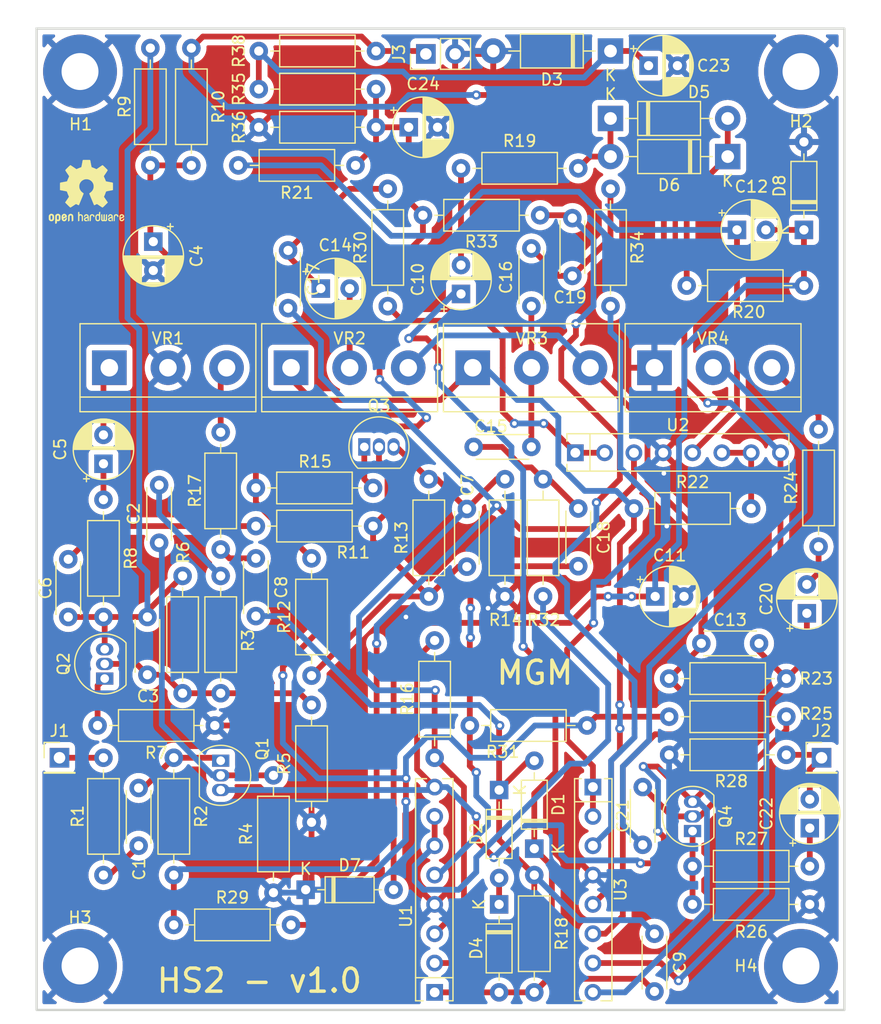
<source format=kicad_pcb>
(kicad_pcb (version 20211014) (generator pcbnew)
  (title_block (title "HS2") (date "2023-04-22") (rev "v0.1") (comment 1 "Author: Gabriel Mariano Marcelino <gabriel.mm8@gmail.com>"))
  (layers (0 "F.Cu" signal) (31 "B.Cu" signal) (34 "B.Paste" user) (35 "F.Paste" user) (36 "B.SilkS" user "B.Silkscreen") (37 "F.SilkS" user "F.Silkscreen") (38 "B.Mask" user) (39 "F.Mask" user) (44 "Edge.Cuts" user))
  (net 0 "")
  (net 1 "Net-(C1-Pad1)")
  (net 2 "Net-(C1-Pad2)")
  (net 3 "Net-(C2-Pad1)")
  (net 4 "Net-(C2-Pad2)")
  (net 5 "Net-(C3-Pad1)")
  (net 6 "Net-(C3-Pad2)")
  (net 7 "Net-(C4-Pad1)")
  (net 8 "GND")
  (net 9 "Net-(C5-Pad1)")
  (net 10 "Net-(C5-Pad2)")
  (net 11 "Net-(C6-Pad2)")
  (net 12 "Net-(C7-Pad1)")
  (net 13 "Net-(C7-Pad2)")
  (net 14 "Net-(C8-Pad1)")
  (net 15 "Net-(C8-Pad2)")
  (net 16 "Net-(C10-Pad1)")
  (net 17 "Net-(C10-Pad2)")
  (net 18 "Net-(C11-Pad1)")
  (net 19 "Net-(C12-Pad1)")
  (net 20 "Net-(C13-Pad1)")
  (net 21 "Net-(C13-Pad2)")
  (net 22 "Net-(C14-Pad1)")
  (net 23 "Net-(C14-Pad2)")
  (net 24 "Net-(C15-Pad1)")
  (net 25 "Net-(C15-Pad2)")
  (net 26 "Net-(C16-Pad2)")
  (net 27 "Net-(C17-Pad2)")
  (net 28 "Net-(C18-Pad2)")
  (net 29 "Net-(C19-Pad2)")
  (net 30 "Net-(C20-Pad2)")
  (net 31 "Net-(C21-Pad1)")
  (net 32 "Net-(C21-Pad2)")
  (net 33 "Net-(C22-Pad1)")
  (net 34 "Net-(C22-Pad2)")
  (net 35 "Net-(C23-Pad1)")
  (net 36 "/1{slash}2V")
  (net 37 "Net-(D2-Pad2)")
  (net 38 "Net-(D5-Pad1)")
  (net 39 "Net-(D5-Pad2)")
  (net 40 "Net-(J1-Pad1)")
  (net 41 "+9V")
  (net 42 "Net-(Q2-Pad1)")
  (net 43 "Net-(Q3-Pad1)")
  (net 44 "Net-(Q4-Pad1)")
  (net 45 "Net-(R17-Pad1)")
  (net 46 "Net-(R22-Pad1)")
  (net 47 "Net-(R22-Pad2)")
  (net 48 "Net-(R24-Pad2)")
  (net 49 "Net-(R30-Pad1)")
  (net 50 "Net-(R32-Pad1)")
  (net 51 "Net-(R34-Pad1)")
  (footprint "Capacitor_THT:C_Disc_D4.3mm_W1.9mm_P5.00mm" (layer "F.Cu") (at 144.474 74.93 90)
    (fp_text reference "C16")
    (fp_text value "100nF")
  )
  (footprint "Resistor_THT:R_Axial_DIN0207_L6.3mm_D2.5mm_P10.16mm_Horizontal" (layer "F.Cu") (at 136.092 114.046 90)
    (fp_text reference "R16")
    (fp_text value "68k")
  )
  (footprint "Capacitor_THT:CP_Radial_D5.0mm_P2.50mm" (layer "F.Cu") (at 154.634 54.102)
    (fp_text reference "C23")
    (fp_text value "100uF")
  )
  (footprint "Capacitor_THT:C_Disc_D4.3mm_W1.9mm_P5.00mm" (layer "F.Cu") (at 120.598 96.774 -90)
    (fp_text reference "C8")
    (fp_text value "47nF")
  )
  (footprint "Capacitor_THT:CP_Radial_D5.0mm_P2.50mm" (layer "F.Cu") (at 155.206888 100.076)
    (fp_text reference "C11")
    (fp_text value "1nF")
  )
  (footprint "Package_TO_SOT_THT:TO-92_Inline" (layer "F.Cu") (at 117.55 114.3 -90)
    (fp_text reference "Q1")
    (fp_text value "2N5457")
  )
  (footprint "Resistor_THT:R_Axial_DIN0207_L6.3mm_D2.5mm_P10.16mm_Horizontal" (layer "F.Cu") (at 168.604 126.746 180)
    (fp_text reference "R26")
    (fp_text value "10k")
  )
  (footprint "Diode_THT:D_DO-35_SOD27_P7.62mm_Horizontal" (layer "F.Cu") (at 168.096 68.326 90)
    (fp_text reference "D8")
    (fp_text value "1N4148")
  )
  (footprint "Package_TO_SOT_THT:TO-92_Inline" (layer "F.Cu") (at 129.996 87.122)
    (fp_text reference "Q3")
    (fp_text value "2N3906")
  )
  (footprint "Diode_THT:D_DO-41_SOD81_P10.16mm_Horizontal" (layer "F.Cu") (at 151.332 58.674)
    (fp_text reference "D5")
    (fp_text value "DIODE")
  )
  (footprint "Resistor_THT:R_Axial_DIN0207_L6.3mm_D2.5mm_P10.16mm_Horizontal" (layer "F.Cu") (at 156.412 107.188)
    (fp_text reference "R23")
    (fp_text value "3k3")
  )
  (footprint "Capacitor_THT:CP_Radial_D5.0mm_P2.50mm" (layer "F.Cu") (at 133.846 59.436)
    (fp_text reference "C24")
    (fp_text value "10uF")
  )
  (footprint "Resistor_THT:R_Axial_DIN0207_L6.3mm_D2.5mm_P10.16mm_Horizontal" (layer "F.Cu") (at 117.042 111.252 180)
    (fp_text reference "R7")
    (fp_text value "22")
  )
  (footprint "Resistor_THT:R_Axial_DIN0207_L6.3mm_D2.5mm_P10.16mm_Horizontal" (layer "F.Cu") (at 113.486 114.046 -90)
    (fp_text reference "R2")
    (fp_text value "1M")
  )
  (footprint "Capacitor_THT:CP_Radial_D5.0mm_P2.50mm" (layer "F.Cu") (at 162.294 68.326)
    (fp_text reference "C12")
    (fp_text value "1uF")
  )
  (footprint "Resistor_THT:R_Axial_DIN0207_L6.3mm_D2.5mm_P10.16mm_Horizontal" (layer "F.Cu") (at 132.028 74.93 90)
    (fp_text reference "R30")
    (fp_text value "330")
  )
  (footprint "Resistor_THT:R_Axial_DIN0207_L6.3mm_D2.5mm_P10.16mm_Horizontal" (layer "F.Cu") (at 125.424 106.934 90)
    (fp_text reference "R12")
    (fp_text value "100k")
  )
  (footprint "Resistor_THT:R_Axial_DIN0207_L6.3mm_D2.5mm_P10.16mm_Horizontal" (layer "F.Cu") (at 144.728 124.206 -90)
    (fp_text reference "R18")
    (fp_text value "220k")
  )
  (footprint "Capacitor_THT:C_Disc_D4.3mm_W1.9mm_P5.00mm" (layer "F.Cu") (at 104.342 101.854 90)
    (fp_text reference "C6")
    (fp_text value "47nF")
  )
  (footprint "Capacitor_THT:C_Disc_D4.3mm_W1.9mm_P5.00mm" (layer "F.Cu") (at 148.03 72.31 90)
    (fp_text reference "C19")
    (fp_text value "4.7nF")
  )
  (footprint "Package_SIP:SIP-8_19x3mm_P2.54mm" (layer "F.Cu") (at 148.284 87.63)
    (fp_text reference "U2")
    (fp_text value "Opamp_Dual")
  )
  (footprint "Resistor_THT:R_Axial_DIN0207_L6.3mm_D2.5mm_P10.16mm_Horizontal" (layer "F.Cu") (at 156.412 113.792)
    (fp_text reference "R28")
    (fp_text value "100k")
  )
  (footprint "Capacitor_THT:CP_Radial_D5.0mm_P2.50mm" (layer "F.Cu") (at 111.708 69.342 -90)
    (fp_text reference "C4")
    (fp_text value "47uF")
  )
  (footprint "Diode_THT:D_DO-35_SOD27_P7.62mm_Horizontal" (layer "F.Cu") (at 141.68 126.746 -90)
    (fp_text reference "D4")
    (fp_text value "1N4148")
  )
  (footprint "Resistor_THT:R_Axial_DIN0207_L6.3mm_D2.5mm_P10.16mm_Horizontal" (layer "F.Cu") (at 158.444 123.444)
    (fp_text reference "R27")
    (fp_text value "1k")
  )
  (footprint "Resistor_THT:R_Axial_DIN0207_L6.3mm_D2.5mm_P10.16mm_Horizontal" (layer "F.Cu") (at 120.852 56.134)
    (fp_text reference "R35")
    (fp_text value "10k")
  )
  (footprint "Capacitor_THT:C_Disc_D4.3mm_W1.9mm_P5.00mm" (layer "F.Cu") (at 112.216 95.424 90)
    (fp_text reference "C2")
    (fp_text value "47nF")
  )
  (footprint "Resistor_THT:R_Axial_DIN0207_L6.3mm_D2.5mm_P10.16mm_Horizontal" (layer "F.Cu") (at 129.234 62.738 180)
    (fp_text reference "R21")
    (fp_text value "68k")
  )
  (footprint "MountingHole:MountingHole_3.2mm_M3_Pad_TopBottom" (layer "F.Cu") (at 167.842 132.08)
    (fp_text reference "H4")
    (fp_text value "MountingHole_Pad")
  )
  (footprint "Resistor_THT:R_Axial_DIN0207_L6.3mm_D2.5mm_P10.16mm_Horizontal" (layer "F.Cu") (at 151.332 74.93 90)
    (fp_text reference "R34")
    (fp_text value "330")
  )
  (footprint "Resistor_THT:R_Axial_DIN0207_L6.3mm_D2.5mm_P10.16mm_Horizontal" (layer "F.Cu") (at 115.01 62.738 90)
    (fp_text reference "R9")
    (fp_text value "1k")
  )
  (footprint "MountingHole:MountingHole_3.2mm_M3_Pad_TopBottom" (layer "F.Cu") (at 105.358 132.08)
    (fp_text reference "H3")
    (fp_text value "MountingHole_Pad")
  )
  (footprint "Connector_PinHeader_2.54mm:PinHeader_1x01_P2.54mm_Vertical" (layer "F.Cu") (at 103.58 114.046)
    (fp_text reference "J1")
    (fp_text value "Conn_01x01")
  )
  (footprint "MountingHole:MountingHole_3.2mm_M3_Pad_TopBottom" (layer "F.Cu") (at 167.842 54.61)
    (fp_text reference "H2")
    (fp_text value "MountingHole_Pad")
  )
  (footprint "Diode_THT:D_DO-35_SOD27_P7.62mm_Horizontal" (layer "F.Cu") (at 144.728 121.92 90)
    (fp_text reference "D1")
    (fp_text value "1N4148")
  )
  (footprint "Resistor_THT:R_Axial_DIN0207_L6.3mm_D2.5mm_P10.16mm_Horizontal" (layer "F.Cu") (at 153.364 92.456)
    (fp_text reference "R22")
    (fp_text value "3k3")
  )
  (footprint "Resistor_THT:R_Axial_DIN0207_L6.3mm_D2.5mm_P10.16mm_Horizontal" (layer "F.Cu") (at 169.366 95.758 90)
    (fp_text reference "R24")
    (fp_text value "10k")
  )
  (footprint "Capacitor_THT:CP_Radial_D5.0mm_P2.50mm" (layer "F.Cu") (at 107.39 88.581113 90)
    (fp_text reference "C5")
    (fp_text value "10uF")
  )
  (footprint "Package_SIP:SIP-8_19x3mm_P2.54mm" (layer "F.Cu") (at 149.808 116.586 -90)
    (fp_text reference "U3")
    (fp_text value "Opamp_Dual")
  )
  (footprint "Diode_THT:D_DO-41_SOD81_P10.16mm_Horizontal" (layer "F.Cu") (at 151.332 52.832 180)
    (fp_text reference "D3")
    (fp_text value "1N4001")
  )
  (footprint "Resistor_THT:R_Axial_DIN0207_L6.3mm_D2.5mm_P10.16mm_Horizontal" (layer "F.Cu") (at 135.584 100.076 90)
    (fp_text reference "R13")
    (fp_text value "470k")
  )
  (footprint "Resistor_THT:R_Axial_DIN0207_L6.3mm_D2.5mm_P10.16mm_Horizontal" (layer "F.Cu") (at 111.454 52.578 -90)
    (fp_text reference "R10")
    (fp_text value "10k")
  )
  (footprint "Package_SIP:SIP-8_19x3mm_P2.54mm" (layer "F.Cu") (at 136.092 134.366 90)
    (fp_text reference "U1")
    (fp_text value "Opamp_Dual")
  )
  (footprint "Resistor_THT:R_Axial_DIN0207_L6.3mm_D2.5mm_P10.16mm_Horizontal" (layer "F.Cu") (at 122.122 125.73 90)
    (fp_text reference "R4")
    (fp_text value "10k")
  )
  (footprint "Resistor_THT:R_Axial_DIN0207_L6.3mm_D2.5mm_P10.16mm_Horizontal" (layer "F.Cu") (at 114.248 108.458 90)
    (fp_text reference "R6")
    (fp_text value "470k")
  )
  (footprint "Resistor_THT:R_Axial_DIN0207_L6.3mm_D2.5mm_P10.16mm_Horizontal" (layer "F.Cu") (at 113.486 128.524)
    (fp_text reference "R29")
    (fp_text value "100k")
  )
  (footprint "Resistor_THT:R_Axial_DIN0207_L6.3mm_D2.5mm_P10.16mm_Horizontal" (layer "F.Cu") (at 117.55 85.852 -90)
    (fp_text reference "R17")
    (fp_text value "47k")
  )
  (footprint "TerminalBlock:TerminalBlock_bornier-3_P5.08mm" (layer "F.Cu") (at 107.898 80.264)
    (fp_text reference "VR1")
    (fp_text value "C250k")
  )
  (footprint "Capacitor_THT:CP_Radial_D5.0mm_P2.50mm" (layer "F.Cu") (at 138.378 73.874 90)
    (fp_text reference "C10")
    (fp_text value "1uF")
  )
  (footprint "Resistor_THT:R_Axial_DIN0207_L6.3mm_D2.5mm_P10.16mm_Horizontal" (layer "F.Cu") (at 149.3 111.252 180)
    (fp_text reference "R31")
    (fp_text value "82k")
  )
  (footprint "Symbol:OSHW-Logo2_7.3x6mm_SilkScreen" (layer "F.Cu") (at 105.918 65.024)
    (fp_text reference "REF**" hide)
    (fp_text value "OSHW-Logo2_7.3x6mm_SilkScreen" hide)
  )
  (footprint "Capacitor_THT:C_Disc_D4.3mm_W1.9mm_P5.00mm" (layer "F.Cu") (at 159.206 104.14)
    (fp_text reference "C13")
    (fp_text value "470p")
  )
  (footprint "Capacitor_THT:C_Disc_D4.3mm_W1.9mm_P5.00mm" (layer "F.Cu") (at 138.886 97.496 90)
    (fp_text reference "C7")
    (fp_text value "100pF")
  )
  (footprint "Resistor_THT:R_Axial_DIN0207_L6.3mm_D2.5mm_P10.16mm_Horizontal" (layer "F.Cu") (at 107.39 91.694 -90)
    (fp_text reference "R8")
    (fp_text value "150")
  )
  (footprint "TerminalBlock:TerminalBlock_bornier-3_P5.08mm" (layer "F.Cu") (at 139.394 80.264)
    (fp_text reference "VR3")
    (fp_text value "B50k")
  )
  (footprint "Capacitor_THT:C_Disc_D4.3mm_W1.9mm_P5.00mm" (layer "F.Cu") (at 111.2 106.854 90)
    (fp_text reference "C3")
    (fp_text value "100pF")
  )
  (footprint "Resistor_THT:R_Axial_DIN0207_L6.3mm_D2.5mm_P10.16mm_Horizontal" (layer "F.Cu") (at 120.598 93.98)
    (fp_text reference "R11")
    (fp_text value "22k")
  )
  (footprint "Capacitor_THT:C_Disc_D4.3mm_W1.9mm_P5.00mm" (layer "F.Cu") (at 123.392 70.104 -90)
    (fp_text reference "C17")
    (fp_text value "68nF")
  )
  (footprint "Resistor_THT:R_Axial_DIN0207_L6.3mm_D2.5mm_P10.16mm_Horizontal" (layer "F.Cu") (at 142.188 100.076 90)
    (fp_text reference "R14")
    (fp_text value "10k")
  )
  (footprint "TerminalBlock:TerminalBlock_bornier-3_P5.08mm" (layer "F.Cu") (at 155.142 80.264)
    (fp_text reference "VR4")
    (fp_text value "A10k")
  )
  (footprint "Resistor_THT:R_Axial_DIN0207_L6.3mm_D2.5mm_P10.16mm_Horizontal" (layer "F.Cu") (at 117.55 98.298 -90)
    (fp_text reference "R3")
    (fp_text value "22k")
  )
  (footprint "Resistor_THT:R_Axial_DIN0207_L6.3mm_D2.5mm_P10.16mm_Horizontal" (layer "F.Cu") (at 135.076 67.056)
    (fp_text reference "R33")
    (fp_text value "100k")
  )
  (footprint "Capacitor_THT:CP_Radial_D5.0mm_P2.50mm" (layer "F.Cu") (at 126.226 73.406)
    (fp_text reference "C14")
    (fp_text value "1.5uF")
  )
  (footprint "Capacitor_THT:CP_Radial_D5.0mm_P2.50mm" (layer "F.Cu") (at 168.604 120.142 90)
    (fp_text reference "C22")
    (fp_text value "1uF")
  )
  (footprint "Capacitor_THT:C_Disc_D4.3mm_W1.9mm_P5.00mm" (layer "F.Cu") (at 148.538 92.456 -90)
    (fp_text reference "C18")
    (fp_text value "6.8nF")
  )
  (footprint "Resistor_THT:R_Axial_DIN0207_L6.3mm_D2.5mm_P10.16mm_Horizontal" (layer "F.Cu") (at 107.39 114.046 -90)
    (fp_text reference "R1")
    (fp_text value "10k")
  )
  (footprint "Connector_PinHeader_2.54mm:PinHeader_1x02_P2.54mm_Vertical" (layer "F.Cu") (at 135.33 53.086 90)
    (fp_text reference "J3")
    (fp_text value "Conn_01x02")
  )
  (footprint "Resistor_THT:R_Axial_DIN0207_L6.3mm_D2.5mm_P10.16mm_Horizontal" (layer "F.Cu") (at 120.852 52.832)
    (fp_text reference "R38")
    (fp_text value "330")
  )
  (footprint "Diode_THT:D_DO-35_SOD27_P7.62mm_Horizontal" (layer "F.Cu") (at 124.916 125.476)
    (fp_text reference "D7")
    (fp_text value "1N4148")
  )
  (footprint "Capacitor_THT:C_Disc_D4.3mm_W1.9mm_P5.00mm" (layer "F.Cu") (at 110.438 121.666 90)
    (fp_text reference "C1")
    (fp_text value "47nF")
  )
  (footprint "Resistor_THT:R_Axial_DIN0207_L6.3mm_D2.5mm_P10.16mm_Horizontal" (layer "F.Cu") (at 120.852 59.436)
    (fp_text reference "R36")
    (fp_text value "10k")
  )
  (footprint "Resistor_THT:R_Axial_DIN0207_L6.3mm_D2.5mm_P10.16mm_Horizontal" (layer "F.Cu") (at 157.936 73.152)
    (fp_text reference "R20")
    (fp_text value "10k")
  )
  (footprint "Diode_THT:D_DO-35_SOD27_P7.62mm_Horizontal" (layer "F.Cu") (at 141.68 116.84 -90)
    (fp_text reference "D2")
    (fp_text value "1N4148")
  )
  (footprint "TerminalBlock:TerminalBlock_bornier-3_P5.08mm" (layer "F.Cu") (at 123.646 80.264)
    (fp_text reference "VR2")
    (fp_text value "B50k")
  )
  (footprint "Resistor_THT:R_Axial_DIN0207_L6.3mm_D2.5mm_P10.16mm_Horizontal" (layer "F.Cu") (at 130.758 90.678 180)
    (fp_text reference "R15")
    (fp_text value "120")
  )
  (footprint "Resistor_THT:R_Axial_DIN0207_L6.3mm_D2.5mm_P10.16mm_Horizontal" (layer "F.Cu") (at 145.49 100.076 90)
    (fp_text reference "R32")
    (fp_text value "330")
  )
  (footprint "Diode_THT:D_DO-41_SOD81_P10.16mm_Horizontal" (layer "F.Cu") (at 161.492 61.976 180)
    (fp_text reference "D6")
    (fp_text value "DIODE")
  )
  (footprint "Capacitor_THT:CP_Radial_D5.0mm_P2.50mm" (layer "F.Cu") (at 168.35 101.535113 90)
    (fp_text reference "C20")
    (fp_text value "10uF")
  )
  (footprint "Resistor_THT:R_Axial_DIN0207_L6.3mm_D2.5mm_P10.16mm_Horizontal" (layer "F.Cu") (at 156.412 110.49)
    (fp_text reference "R25")
    (fp_text value "470k")
  )
  (footprint "Package_TO_SOT_THT:TO-92_Inline" (layer "F.Cu") (at 107.496 107.188 90)
    (fp_text reference "Q2")
    (fp_text value "2N3904")
  )
  (footprint "Connector_PinHeader_2.54mm:PinHeader_1x01_P2.54mm_Vertical" (layer "F.Cu") (at 169.62 114.046)
    (fp_text reference "J2")
    (fp_text value "Conn_01x01")
  )
  (footprint "MountingHole:MountingHole_3.2mm_M3_Pad_TopBottom" (layer "F.Cu") (at 105.358 54.61)
    (fp_text reference "H1")
    (fp_text value "MountingHole_Pad")
  )
  (footprint "Capacitor_THT:C_Disc_D4.3mm_W1.9mm_P5.00mm" (layer "F.Cu") (at 154.126 121.586 90)
    (fp_text reference "C21")
    (fp_text value "47n")
  )
  (footprint "Resistor_THT:R_Axial_DIN0207_L6.3mm_D2.5mm_P10.16mm_Horizontal" (layer "F.Cu") (at 125.424 119.634 90)
    (fp_text reference "R5")
    (fp_text value "100k")
  )
  (footprint "Capacitor_THT:C_Disc_D4.3mm_W1.9mm_P5.00mm" (layer "F.Cu") (at 155.142 129.286 -90)
    (fp_text reference "C9")
    (fp_text value "100pF")
  )
  (footprint "Capacitor_THT:C_Disc_D4.3mm_W1.9mm_P5.00mm" (layer "F.Cu") (at 144.474 87.122 180)
    (fp_text reference "C15")
    (fp_text value "150nF")
  )
  (footprint "Resistor_THT:R_Axial_DIN0207_L6.3mm_D2.5mm_P10.16mm_Horizontal" (layer "F.Cu") (at 138.378 62.992)
    (fp_text reference "R19")
    (fp_text value "10k")
  )
  (footprint "Package_TO_SOT_THT:TO-92_Inline" (layer "F.Cu") (at 158.444 120.396 90)
    (fp_text reference "Q4")
    (fp_text value "2N3904")
  )
  (gr_rect (start 101.6 135.89) (end 171.6 50.89) (layer "Edge.Cuts") (width 0.2) (fill none))
  (gr_text "HS2 - v1.0" (at 120.904 133.35) (layer "F.SilkS") (effects (font (size 2 2) (thickness 0.3))))
  (gr_text "MGM" (at 144.78 106.68) (layer "F.SilkS") (effects (font (size 2 2) (thickness 0.3))))
  (segment (start 107.39 124.206) (end 107.898 124.206) (width 0.5) (layer "F.Cu") (net 1))
  (segment (start 107.898 124.206) (end 110.438 121.666) (width 0.5) (layer "F.Cu") (net 1))
  (segment (start 117.296 114.046) (end 117.55 114.3) (width 0.5) (layer "F.Cu") (net 2))
  (segment (start 110.866 116.666) (end 113.486 114.046) (width 0.5) (layer "F.Cu") (net 2))
  (segment (start 113.486 114.046) (end 117.296 114.046) (width 0.5) (layer "F.Cu") (net 2))
  (segment (start 110.438 116.666) (end 110.866 116.666) (width 0.5) (layer "F.Cu") (net 2))
  (segment (start 122.122 115.57) (end 117.55 115.57) (width 0.5) (layer "F.Cu") (net 3))
  (segment (start 112.45 95.658) (end 112.45 111.18) (width 0.5) (layer "B.Cu") (net 3))
  (segment (start 112.45 111.18) (end 116.84 115.57) (width 0.5) (layer "B.Cu") (net 3))
  (segment (start 112.216 95.424) (end 112.45 95.658) (width 0.5) (layer "B.Cu") (net 3))
  (segment (start 116.84 115.57) (end 117.55 115.57) (width 0.5) (layer "B.Cu") (net 3))
  (segment (start 112.216 90.424) (end 112.216 92.964) (width 0.5) (layer "B.Cu") (net 4))
  (segment (start 112.216 92.964) (end 117.55 98.298) (width 0.5) (layer "B.Cu") (net 4))
  (segment (start 117.55 108.458) (end 114.248 108.458) (width 0.5) (layer "F.Cu") (net 5))
  (segment (start 112.644 106.854) (end 114.248 108.458) (width 0.5) (layer "F.Cu") (net 5))
  (segment (start 107.496 105.918) (end 110.264 105.918) (width 0.5) (layer "F.Cu") (net 5))
  (segment (start 124.408 108.458) (end 125.424 109.474) (width 0.5) (layer "F.Cu") (net 5))
  (segment (start 117.55 108.458) (end 124.408 108.458) (width 0.5) (layer "F.Cu") (net 5))
  (segment (start 111.2 106.854) (end 112.644 106.854) (width 0.5) (layer "F.Cu") (net 5))
  (segment (start 110.264 105.918) (end 111.2 106.854) (width 0.5) (layer "F.Cu") (net 5))
  (segment (start 104.342 101.854) (end 107.39 101.854) (width 0.5) (layer "F.Cu") (net 6))
  (segment (start 111.2 101.346) (end 114.248 98.298) (width 0.5) (layer "F.Cu") (net 6))
  (segment (start 107.39 101.854) (end 111.2 101.854) (width 0.5) (layer "F.Cu") (net 6))
  (segment (start 111.2 101.854) (end 111.2 101.346) (width 0.5) (layer "F.Cu") (net 6))
  (segment (start 107.496 101.96) (end 107.39 101.854) (width 0.5) (layer "F.Cu") (net 6))
  (segment (start 107.496 104.648) (end 107.496 101.96) (width 0.5) (layer "F.Cu") (net 6))
  (segment (start 109.474 75.946) (end 110.49 76.962) (width 0.5) (layer "B.Cu") (net 6))
  (segment (start 109.474 61.468) (end 109.474 75.946) (width 0.5) (layer "B.Cu") (net 6))
  (segment (start 111.454 59.488) (end 109.474 61.468) (width 0.5) (layer "B.Cu") (net 6))
  (segment (start 110.49 97.282) (end 111.2 97.992) (width 0.5) (layer "B.Cu") (net 6))
  (segment (start 111.454 52.578) (end 111.454 59.488) (width 0.5) (layer "B.Cu") (net 6))
  (segment (start 111.2 97.992) (end 111.2 101.854) (width 0.5) (layer "B.Cu") (net 6))
  (segment (start 110.49 76.962) (end 110.49 97.282) (width 0.5) (layer "B.Cu") (net 6))
  (segment (start 120.598 78.232) (end 120.598 90.678) (width 0.5) (layer "F.Cu") (net 7))
  (segment (start 111.708 69.342) (end 120.598 78.232) (width 0.5) (layer "F.Cu") (net 7))
  (segment (start 111.454 69.088) (end 111.708 69.342) (width 0.5) (layer "F.Cu") (net 7))
  (segment (start 111.454 62.738) (end 115.01 62.738) (width 0.5) (layer "F.Cu") (net 7))
  (segment (start 111.454 62.738) (end 111.454 69.088) (width 0.5) (layer "F.Cu") (net 7))
  (segment (start 120.598 90.678) (end 120.598 91.948) (width 0.5) (layer "F.Cu") (net 7))
  (segment (start 120.598 91.948) (end 125.424 96.774) (width 0.5) (layer "F.Cu") (net 7))
  (segment (start 137.87 53.086) (end 137.87 57.912) (width 0.5) (layer "F.Cu") (net 8))
  (segment (start 137.87 53.086) (end 140.918 53.086) (width 0.5) (layer "F.Cu") (net 8))
  (segment (start 140.918 53.086) (end 141.172 52.832) (width 0.5) (layer "F.Cu") (net 8))
  (segment (start 125.424 119.634) (end 125.424 124.968) (width 0.5) (layer "F.Cu") (net 8))
  (segment (start 119.571767 111.252) (end 125.424 117.104233) (width 0.5) (layer "F.Cu") (net 8))
  (segment (start 125.424 124.968) (end 124.916 125.476) (width 0.5) (layer "F.Cu") (net 8))
  (segment (start 117.042 111.252) (end 119.571767 111.252) (width 0.5) (layer "F.Cu") (net 8))
  (segment (start 137.87 57.912) (end 136.346 59.436) (width 0.5) (layer "F.Cu") (net 8))
  (segment (start 125.424 117.104233) (end 125.424 119.634) (width 0.5) (layer "F.Cu") (net 8))
  (via (at 133.604 101.854) (size 0.8) (drill 0.4) (layers "F.Cu" "B.Cu") (net 8))
  (via (at 156.21 93.98) (size 0.8) (drill 0.4) (layers "F.Cu" "B.Cu") (net 8))
  (via (at 140.716 101.092) (size 0.8) (drill 0.4) (layers "F.Cu" "B.Cu") (net 8))
  (via (at 155.956 89.408) (size 0.8) (drill 0.4) (layers "F.Cu" "B.Cu") (net 8))
  (segment (start 149.808 124.206) (end 153.273767 124.206) (width 0.5) (layer "B.Cu") (net 8))
  (segment (start 153.527767 124.46) (end 154.432 124.46) (width 0.5) (layer "B.Cu") (net 8))
  (segment (start 153.273767 124.206) (end 153.527767 124.46) (width 0.5) (layer "B.Cu") (net 8))
  (segment (start 124.662 125.73) (end 124.916 125.476) (width 0.5) (layer "B.Cu") (net 8))
  (segment (start 156.412 122.48) (end 156.412 113.792) (width 0.5) (layer "B.Cu") (net 8))
  (segment (start 122.122 125.73) (end 124.662 125.73) (width 0.5) (layer "B.Cu") (net 8))
  (segment (start 154.432 124.46) (end 156.412 122.48) (width 0.5) (layer "B.Cu") (net 8))
  (segment (start 107.39 91.694) (end 107.39 88.581113) (width 0.5) (layer "F.Cu") (net 9))
  (segment (start 107.39 86.081113) (end 107.39 80.264) (width 0.5) (layer "F.Cu") (net 10))
  (segment (start 104.342 96.854) (end 107.216 93.98) (width 0.5) (layer "F.Cu") (net 11))
  (segment (start 107.216 93.98) (end 120.598 93.98) (width 0.5) (layer "F.Cu") (net 11))
  (segment (start 132.008 92.73) (end 130.758 93.98) (width 0.5) (layer "F.Cu") (net 12))
  (segment (start 130.758 95.25) (end 135.584 100.076) (width 0.5) (layer "F.Cu") (net 12))
  (segment (start 132.282 100.076) (end 125.424 106.934) (width 0.5) (layer "F.Cu") (net 12))
  (segment (start 138.164 97.496) (end 135.584 100.076) (width 0.5) (layer "F.Cu") (net 12))
  (segment (start 138.886 97.496) (end 138.164 97.496) (width 0.5) (layer "F.Cu") (net 12))
  (segment (start 135.584 100.076) (end 132.282 100.076) (width 0.5) (layer "F.Cu") (net 12))
  (segment (start 131.266 87.122) (end 131.266 88.372) (width 0.5) (layer "F.Cu") (net 12))
  (segment (start 130.758 93.98) (end 130.758 95.25) (width 0.5) (layer "F.Cu") (net 12))
  (segment (start 132.008 89.114) (end 132.008 92.73) (width 0.5) (layer "F.Cu") (net 12))
  (segment (start 131.266 88.372) (end 132.008 89.114) (width 0.5) (layer "F.Cu") (net 12))
  (segment (start 135.584 89.916) (end 136.306 89.916) (width 0.5) (layer "F.Cu") (net 13))
  (segment (start 136.306 89.916) (end 138.886 92.496) (width 0.5) (layer "F.Cu") (net 13))
  (segment (start 136.092 108.256) (end 136.092 114.046) (width 0.5) (layer "F.Cu") (net 13))
  (segment (start 138.632 116.586) (end 136.092 114.046) (width 0.5) (layer "F.Cu") (net 13))
  (segment (start 138.632 126.746) (end 138.632 116.586) (width 0.5) (layer "F.Cu") (net 13))
  (segment (start 142.188 89.916) (end 141.466 89.916) (width 0.5) (layer "F.Cu") (net 13))
  (segment (start 136.144 108.204) (end 136.092 108.256) (width 0.5) (layer "F.Cu") (net 13))
  (segment (start 132.536 87.122) (end 132.79 87.122) (width 0.5) (layer "F.Cu") (net 13))
  (segment (start 141.466 89.916) (end 138.886 92.496) (width 0.5) (layer "F.Cu") (net 13))
  (segment (start 132.79 87.122) (end 135.584 89.916) (width 0.5) (layer "F.Cu") (net 13))
  (segment (start 136.092 129.286) (end 138.632 126.746) (width 0.5) (layer "F.Cu") (net 13))
  (via (at 136.144 108.204) (size 0.8) (drill 0.4) (layers "F.Cu" "B.Cu") (net 13))
  (segment (start 129.54 106.68) (end 130.556 107.696) (width 0.5) (layer "B.Cu") (net 13))
  (segment (start 129.54 102.108) (end 129.54 106.68) (width 0.5) (layer "B.Cu") (net 13))
  (segment (start 131.064 108.204) (end 136.144 108.204) (width 0.5) (layer "B.Cu") (net 13))
  (segment (start 138.886 92.496) (end 129.54 101.842) (width 0.5) (layer "B.Cu") (net 13))
  (segment (start 129.54 101.842) (end 129.54 102.108) (width 0.5) (layer "B.Cu") (net 13))
  (segment (start 130.556 107.696) (end 131.064 108.204) (width 0.5) (layer "B.Cu") (net 13))
  (segment (start 120.598 96.774) (end 118.312 96.774) (width 0.5) (layer "F.Cu") (net 14))
  (segment (start 118.312 96.774) (end 117.55 96.012) (width 0.5) (layer "F.Cu") (net 14))
  (segment (start 144.728 130.302) (end 144.728 124.206) (width 0.5) (layer "F.Cu") (net 15))
  (segment (start 144.22 114.3) (end 141.68 116.84) (width 0.5) (layer "F.Cu") (net 15))
  (segment (start 144.728 114.3) (end 144.22 114.3) (width 0.5) (layer "F.Cu") (net 15))
  (segment (start 141.68 116.84) (end 141.68 121.158) (width 0.5) (layer "F.Cu") (net 15))
  (segment (start 141.68 121.158) (end 144.728 124.206) (width 0.5) (layer "F.Cu") (net 15))
  (segment (start 143.204 131.826) (end 144.728 130.302) (width 0.5) (layer "F.Cu") (net 15))
  (segment (start 136.092 131.826) (end 143.204 131.826) (width 0.5) (layer "F.Cu") (net 15))
  (segment (start 141.68 111.304) (end 141.68 116.84) (width 0.5) (layer "F.Cu") (net 15))
  (segment (start 141.732 111.252) (end 141.68 111.304) (width 0.5) (layer "F.Cu") (net 15))
  (via (at 141.732 111.252) (size 0.8) (drill 0.4) (layers "F.Cu" "B.Cu") (net 15))
  (segment (start 122.856 101.774) (end 130.556 109.474) (width 0.5) (layer "B.Cu") (net 15))
  (segment (start 153.967 128.111) (end 148.633 128.111) (width 0.5) (layer "B.Cu") (net 15))
  (segment (start 120.598 101.774) (end 122.856 101.774) (width 0.5) (layer "B.Cu") (net 15))
  (segment (start 155.142 129.286) (end 153.967 128.111) (width 0.5) (layer "B.Cu") (net 15))
  (segment (start 139.954 109.474) (end 141.732 111.252) (width 0.5) (layer "B.Cu") (net 15))
  (segment (start 148.633 128.111) (end 144.728 124.206) (width 0.5) (layer "B.Cu") (net 15))
  (segment (start 130.556 109.474) (end 139.954 109.474) (width 0.5) (layer "B.Cu") (net 15))
  (segment (start 155.142 134.286) (end 154.047 133.191) (width 0.5) (layer "F.Cu") (net 16))
  (segment (start 136.092 134.366) (end 141.68 134.366) (width 0.5) (layer "F.Cu") (net 16))
  (segment (start 146.304 115.57) (end 146.558 115.316) (width 0.5) (layer "F.Cu") (net 16))
  (segment (start 144.728 121.92) (end 146.252 123.444) (width 0.5) (layer "F.Cu") (net 16))
  (segment (start 146.252 123.444) (end 146.252 132.842) (width 0.5) (layer "F.Cu") (net 16))
  (segment (start 145.903 133.191) (end 144.728 134.366) (width 0.5) (layer "F.Cu") (net 16))
  (segment (start 146.558 107.188) (end 143.764 104.394) (width 0.5) (layer "F.Cu") (net 16))
  (segment (start 144.728 117.146) (end 146.304 115.57) (width 0.5) (layer "F.Cu") (net 16))
  (segment (start 144.728 121.92) (end 144.728 117.146) (width 0.5) (layer "F.Cu") (net 16))
  (segment (start 133.858 77.724) (end 135.382 77.724) (width 0.5) (layer "F.Cu") (net 16))
  (segment (start 135.382 77.724) (end 136.398 78.74) (width 0.5) (layer "F.Cu") (net 16))
  (segment (start 136.398 78.74) (end 136.398 80.264) (width 0.5) (layer "F.Cu") (net 16))
  (segment (start 154.047 133.191) (end 145.903 133.191) (width 0.5) (layer "F.Cu") (net 16))
  (segment (start 146.558 112.776) (end 146.558 107.188) (width 0.5) (layer "F.Cu") (net 16))
  (segment (start 144.728 134.366) (end 141.68 134.366) (width 0.5) (layer "F.Cu") (net 16))
  (segment (start 146.558 115.316) (end 146.558 112.776) (width 0.5) (layer "F.Cu") (net 16))
  (segment (start 146.252 132.842) (end 144.728 134.366) (width 0.5) (layer "F.Cu") (net 16))
  (via (at 143.764 104.394) (size 0.8) (drill 0.4) (layers "F.Cu" "B.Cu") (net 16))
  (via (at 136.398 80.264) (size 0.8) (drill 0.4) (layers "F.Cu" "B.Cu") (net 16))
  (via (at 133.858 77.724) (size 0.8) (drill 0.4) (layers "F.Cu" "B.Cu") (net 16))
  (segment (start 136.398 81.534) (end 140.462 85.598) (width 0.5) (layer "B.Cu") (net 16))
  (segment (start 136.398 80.264) (end 136.398 81.534) (width 0.5) (layer "B.Cu") (net 16))
  (segment (start 137.708 73.874) (end 133.858 77.724) (width 0.5) (layer "B.Cu") (net 16))
  (segment (start 143.764 89.154) (end 143.764 104.394) (width 0.5) (layer "B.Cu") (net 16))
  (segment (start 142.748 87.122) (end 142.748 88.138) (width 0.5) (layer "B.Cu") (net 16))
  (segment (start 142.748 88.138) (end 143.764 89.154) (width 0.5) (layer "B.Cu") (net 16))
  (segment (start 141.224 85.598) (end 142.748 87.122) (width 0.5) (layer "B.Cu") (net 16))
  (segment (start 140.462 85.598) (end 141.224 85.598) (width 0.5) (layer "B.Cu") (net 16))
  (segment (start 138.378 73.874) (end 137.708 73.874) (width 0.5) (layer "B.Cu") (net 16))
  (segment (start 138.378 62.992) (end 138.378 71.374) (width 0.5) (layer "F.Cu") (net 17))
  (segment (start 150.114 100.076) (end 147.828 102.362) (width 0.5) (layer "F.Cu") (net 18))
  (segment (start 168.096 68.326) (end 168.096 73.152) (width 0.5) (layer "F.Cu") (net 18))
  (segment (start 132.536 104.7) (end 132.536 125.476) (width 0.5) (layer "F.Cu") (net 18))
  (segment (start 151.13 100.076) (end 150.114 100.076) (width 0.5) (layer "F.Cu") (net 18))
  (segment (start 164.794 68.326) (end 168.096 68.326) (width 0.5) (layer "F.Cu") (net 18))
  (segment (start 134.874 102.362) (end 132.536 104.7) (width 0.5) (layer "F.Cu") (net 18))
  (segment (start 147.828 102.362) (end 134.874 102.362) (width 0.5) (layer "F.Cu") (net 18))
  (segment (start 155.206888 100.076) (end 153.162 100.076) (width 0.5) (layer "F.Cu") (net 18))
  (via (at 153.162 100.076) (size 0.8) (drill 0.4) (layers "F.Cu" "B.Cu") (net 18))
  (via (at 151.13 100.076) (size 0.8) (drill 0.4) (layers "F.Cu" "B.Cu") (net 18))
  (segment (start 155.206888 97.523112) (end 155.206888 100.076) (width 0.5) (layer "B.Cu") (net 18))
  (segment (start 157.269 95.461) (end 155.206888 97.523112) (width 0.5) (layer "B.Cu") (net 18))
  (segment (start 157.734 78.486) (end 157.734 86.106) (width 0.5) (layer "B.Cu") (net 18))
  (segment (start 153.162 100.076) (end 151.13 100.076) (width 0.5) (layer "B.Cu") (net 18))
  (segment (start 168.096 73.152) (end 163.068 73.152) (width 0.5) (layer "B.Cu") (net 18))
  (segment (start 163.068 73.152) (end 157.734 78.486) (width 0.5) (layer "B.Cu") (net 18))
  (segment (start 157.269 86.571) (end 157.269 95.461) (width 0.5) (layer "B.Cu") (net 18))
  (segment (start 157.734 86.106) (end 157.269 86.571) (width 0.5) (layer "B.Cu") (net 18))
  (segment (start 162.294 68.326) (end 162.294 83.78) (width 0.5) (layer "F.Cu") (net 19))
  (segment (start 162.294 83.78) (end 158.444 87.63) (width 0.5) (layer "F.Cu") (net 19))
  (segment (start 151.892 68.326) (end 148.59 65.024) (width 0.5) (layer "B.Cu") (net 19))
  (segment (start 140.208 65.024) (end 136.398 68.834) (width 0.5) (layer "B.Cu") (net 19))
  (segment (start 148.59 65.024) (end 140.208 65.024) (width 0.5) (layer "B.Cu") (net 19))
  (segment (start 162.294 68.326) (end 151.892 68.326) (width 0.5) (layer "B.Cu") (net 19))
  (segment (start 132.334 68.834) (end 126.238 62.738) (width 0.5) (layer "B.Cu") (net 19))
  (segment (start 126.238 62.738) (end 119.074 62.738) (width 0.5) (layer "B.Cu") (net 19))
  (segment (start 136.398 68.834) (end 132.334 68.834) (width 0.5) (layer "B.Cu") (net 19))
  (segment (start 159.206 102.414) (end 159.206 104.14) (width 0.5) (layer "F.Cu") (net 20))
  (segment (start 150.876 129.286) (end 149.808 129.286) (width 0.5) (layer "F.Cu") (net 20))
  (segment (start 157.988 108.764) (end 157.988 111.252) (width 0.5) (layer "F.Cu") (net 20))
  (segment (start 152.4 114.808) (end 152.4 127.762) (width 0.5) (layer "F.Cu") (net 20))
  (segment (start 159.206 104.14) (end 159.206 104.394) (width 0.5) (layer "F.Cu") (net 20))
  (segment (start 155.194 112.014) (end 152.4 114.808) (width 0.5) (layer "F.Cu") (net 20))
  (segment (start 152.4 127.762) (end 150.876 129.286) (width 0.5) (layer "F.Cu") (net 20))
  (segment (start 156.412 107.188) (end 157.988 108.764) (width 0.5) (layer "F.Cu") (net 20))
  (segment (start 154.539 85.249) (end 154.539 90.023) (width 0.5) (layer "F.Cu") (net 20))
  (segment (start 154.539 90.023) (end 159.512 94.996) (width 0.5) (layer "F.Cu") (net 20))
  (segment (start 159.206 104.394) (end 156.412 107.188) (width 0.5) (layer "F.Cu") (net 20))
  (segment (start 157.226 112.014) (end 155.194 112.014) (width 0.5) (layer "F.Cu") (net 20))
  (segment (start 149.554 80.264) (end 154.539 85.249) (width 0.5) (layer "F.Cu") (net 20))
  (segment (start 159.512 102.108) (end 159.206 102.414) (width 0.5) (layer "F.Cu") (net 20))
  (segment (start 159.512 94.996) (end 159.512 102.108) (width 0.5) (layer "F.Cu") (net 20))
  (segment (start 157.988 111.252) (end 157.226 112.014) (width 0.5) (layer "F.Cu") (net 20))
  (segment (start 133.806 80.264) (end 136.6 77.47) (width 0.5) (layer "B.Cu") (net 20))
  (segment (start 146.76 77.47) (end 149.554 80.264) (width 0.5) (layer "B.Cu") (net 20))
  (segment (start 136.6 77.47) (end 146.76 77.47) (width 0.5) (layer "B.Cu") (net 20))
  (segment (start 168.35 105.41) (end 166.572 107.188) (width 0.5) (layer "F.Cu") (net 21))
  (segment (start 168.35 101.535113) (end 168.35 105.41) (width 0.5) (layer "F.Cu") (net 21))
  (segment (start 149.808 131.826) (end 155.702 131.826) (width 0.5) (layer "F.Cu") (net 21))
  (segment (start 164.206 104.14) (end 164.206 104.822) (width 0.5) (layer "F.Cu") (net 21))
  (segment (start 164.206 104.822) (end 166.572 107.188) (width 0.5) (layer "F.Cu") (net 21))
  (segment (start 155.702 131.826) (end 157.226 133.35) (width 0.5) (layer "F.Cu") (net 21))
  (via (at 157.226 133.35) (size 0.8) (drill 0.4) (layers "F.Cu" "B.Cu") (net 21))
  (segment (start 166.572 107.188) (end 164.846 108.914) (width 0.5) (layer "B.Cu") (net 21))
  (segment (start 164.846 108.914) (end 164.846 125.73) (width 0.5) (layer "B.Cu") (net 21))
  (segment (start 164.846 125.73) (end 157.226 133.35) (width 0.5) (layer "B.Cu") (net 21))
  (segment (start 123.392 70.572) (end 126.226 73.406) (width 0.5) (layer "F.Cu") (net 22))
  (segment (start 128.726 64.77) (end 123.392 70.104) (width 0.5) (layer "F.Cu") (net 22))
  (segment (start 123.392 70.104) (end 123.392 70.572) (width 0.5) (layer "F.Cu") (net 22))
  (segment (start 132.028 64.77) (end 128.726 64.77) (width 0.5) (layer "F.Cu") (net 22))
  (segment (start 128.726 73.406) (end 128.726 80.264) (width 0.5) (layer "F.Cu") (net 23))
  (segment (start 144.474 87.122) (end 144.474 80.264) (width 0.5) (layer "F.Cu") (net 24))
  (segment (start 144.474 74.93) (end 144.474 80.264) (width 0.5) (layer "F.Cu") (net 24))
  (segment (start 144.474 88.9) (end 145.49 89.916) (width 0.5) (layer "F.Cu") (net 25))
  (segment (start 145.998 89.916) (end 148.538 92.456) (width 0.5) (layer "F.Cu") (net 25))
  (segment (start 141.934 87.122) (end 143.712 88.9) (width 0.5) (layer "F.Cu") (net 25))
  (segment (start 145.49 89.916) (end 145.998 89.916) (width 0.5) (layer "F.Cu") (net 25))
  (segment (start 139.474 87.122) (end 141.934 87.122) (width 0.5) (layer "F.Cu") (net 25))
  (segment (start 143.712 88.9) (end 144.474 88.9) (width 0.5) (layer "F.Cu") (net 25))
  (segment (start 146.854 72.31) (end 144.474 69.93) (width 0.5) (layer "F.Cu") (net 26))
  (segment (start 151.332 64.77) (end 151.332 69.008) (width 0.5) (layer "F.Cu") (net 26))
  (segment (start 148.03 72.31) (end 146.854 72.31) (width 0.5) (layer "F.Cu") (net 26))
  (segment (start 151.332 69.008) (end 148.03 72.31) (width 0.5) (layer "F.Cu") (net 26))
  (segment (start 143.51 94.234) (end 141.478 92.202) (width 0.5) (layer "F.Cu") (net 27))
  (segment (start 149.606 94.234) (end 143.51 94.234) (width 0.5) (layer "F.Cu") (net 27))
  (segment (start 153.364 90.476) (end 149.606 94.234) (width 0.5) (layer "F.Cu") (net 27))
  (segment (start 131.064 122.936) (end 131.064 104.14) (width 0.5) (layer "F.Cu") (net 27))
  (segment (start 153.364 87.63) (end 153.364 90.476) (width 0.5) (layer "F.Cu") (net 27))
  (segment (start 125.476 128.524) (end 127 127) (width 0.5) (layer "F.Cu") (net 27))
  (segment (start 127 127) (end 131.064 122.936) (width 0.5) (layer "F.Cu") (net 27))
  (segment (start 123.646 128.524) (end 125.476 128.524) (width 0.5) (layer "F.Cu") (net 27))
  (via (at 131.064 104.14) (size 0.8) (drill 0.4) (layers "F.Cu" "B.Cu") (net 27))
  (via (at 141.478 92.202) (size 0.8) (drill 0.4) (layers "F.Cu" "B.Cu") (net 27))
  (segment (start 126.238 81.026) (end 126.238 77.95) (width 0.5) (layer "B.Cu") (net 27))
  (segment (start 131.064 102.616) (end 131.064 104.14) (width 0.5) (layer "B.Cu") (net 27))
  (segment (start 126.238 77.95) (end 123.392 75.104) (width 0.5) (layer "B.Cu") (net 27))
  (segment (start 141.478 92.202) (end 131.064 102.616) (width 0.5) (layer "B.Cu") (net 27))
  (segment (start 139.192 89.916) (end 138.684 89.916) (width 0.5) (layer "B.Cu") (net 27))
  (segment (start 138.684 89.916) (end 131.826 83.058) (width 0.5) (layer "B.Cu") (net 27))
  (segment (start 128.27 83.058) (end 126.238 81.026) (width 0.5) (layer "B.Cu") (net 27))
  (segment (start 131.826 83.058) (end 128.27 83.058) (width 0.5) (layer "B.Cu") (net 27))
  (segment (start 141.478 92.202) (end 139.192 89.916) (width 0.5) (layer "B.Cu") (net 27))
  (segment (start 139.446 99.822) (end 139.192 100.076) (width 0.5) (layer "F.Cu") (net 28))
  (segment (start 139.14 114.756) (end 139.7 115.316) (width 0.5) (layer "F.Cu") (net 28))
  (segment (start 148.538 97.456) (end 141.812 97.456) (width 0.5) (layer "F.Cu") (net 28))
  (segment (start 141.812 97.456) (end 139.446 99.822) (width 0.5) (layer "F.Cu") (net 28))
  (segment (start 139.14 111.252) (end 139.14 114.756) (width 0.5) (layer "F.Cu") (net 28))
  (segment (start 139.14 103.684) (end 139.14 111.252) (width 0.5) (layer "F.Cu") (net 28))
  (segment (start 139.192 100.076) (end 139.192 101.092) (width 0.5) (layer "F.Cu") (net 28))
  (segment (start 139.192 103.632) (end 139.14 103.684) (width 0.5) (layer "F.Cu") (net 28))
  (via (at 139.192 103.632) (size 0.8) (drill 0.4) (layers "F.Cu" "B.Cu") (net 28))
  (via (at 139.7 115.316) (size 0.8) (drill 0.4) (layers "F.Cu" "B.Cu") (net 28))
  (via (at 139.192 101.092) (size 0.8) (drill 0.4) (layers "F.Cu" "B.Cu") (net 28))
  (segment (start 139.192 101.092) (end 139.192 103.632) (width 0.5) (layer "B.Cu") (net 28))
  (segment (start 139.7 117.348) (end 139.7 115.316) (width 0.5) (layer "B.Cu") (net 28))
  (segment (start 136.398 124.206) (end 140.716 119.888) (width 0.5) (layer "B.Cu") (net 28))
  (segment (start 140.716 119.888) (end 140.716 118.364) (width 0.5) (layer "B.Cu") (net 28))
  (segment (start 136.092 124.206) (end 136.398 124.206) (width 0.5) (layer "B.Cu") (net 28))
  (segment (start 140.716 118.364) (end 139.7 117.348) (width 0.5) (layer "B.Cu") (net 28))
  (segment (start 152.146 86.36) (end 147.066 81.28) (width 0.5) (layer "F.Cu") (net 29))
  (segment (start 147.066 81.28) (end 147.066 78.74) (width 0.5) (layer "F.Cu") (net 29))
  (segment (start 147.066 78.74) (end 148.336 77.47) (width 0.5) (layer "F.Cu") (net 29))
  (segment (start 152.146 89.916) (end 152.146 86.36) (width 0.5) (layer "F.Cu") (net 29))
  (segment (start 145.236 67.056) (end 147.776 67.056) (width 0.5) (layer "F.Cu") (net 29))
  (segment (start 148.336 77.47) (end 148.336 76.454) (width 0.5) (layer "F.Cu") (net 29))
  (segment (start 150.114 91.948) (end 152.146 89.916) (width 0.5) (layer "F.Cu") (net 29))
  (segment (start 147.776 67.056) (end 148.03 67.31) (width 0.5) (layer "F.Cu") (net 29))
  (via (at 148.336 76.454) (size 0.8) (drill 0.4) (layers "F.Cu" "B.Cu") (net 29))
  (via (at 150.114 91.948) (size 0.8) (drill 0.4) (layers "F.Cu" "B.Cu") (net 29))
  (segment (start 149.86 69.14) (end 149.86 72.644) (width 0.5) (layer "B.Cu") (net 29))
  (segment (start 149.86 72.644) (end 149.86 74.93) (width 0.5) (layer "B.Cu") (net 29))
  (segment (start 147.574 99.06) (end 147.574 101.6) (width 0.5) (layer "B.Cu") (net 29))
  (segment (start 148.03 67.31) (end 149.86 69.14) (width 0.5) (layer "B.Cu") (net 29))
  (segment (start 151.384 118.618) (end 151.384 114.3) (width 0.5) (layer "B.Cu") (net 29))
  (segment (start 150.114 91.948) (end 150.114 93.726) (width 0.5) (layer "B.Cu") (net 29))
  (segment (start 153.416 111.506) (end 153.416 107.442) (width 0.5) (layer "B.Cu") (net 29))
  (segment (start 149.808 121.666) (end 151.384 120.09) (width 0.5) (layer "B.Cu") (net 29))
  (segment (start 146.558 97.282) (end 146.558 98.044) (width 0.5) (layer "B.Cu") (net 29))
  (segment (start 151.384 120.09) (end 151.384 118.618) (width 0.5) (layer "B.Cu") (net 29))
  (segment (start 147.574 101.6) (end 153.416 107.442) (width 0.5) (layer "B.Cu") (net 29))
  (segment (start 153.416 112.268) (end 153.416 111.506) (width 0.5) (layer "B.Cu") (net 29))
  (segment (start 151.384 114.3) (end 153.416 112.268) (width 0.5) (layer "B.Cu") (net 29))
  (segment (start 146.558 98.044) (end 147.574 99.06) (width 0.5) (layer "B.Cu") (net 29))
  (segment (start 149.86 74.93) (end 148.336 76.454) (width 0.5) (layer "B.Cu") (net 29))
  (segment (start 150.114 93.726) (end 146.558 97.282) (width 0.5) (layer "B.Cu") (net 29))
  (segment (start 169.366 98.019113) (end 168.35 99.035113) (width 0.5) (layer "F.Cu") (net 30))
  (segment (start 169.366 95.758) (end 169.366 98.019113) (width 0.5) (layer "F.Cu") (net 30))
  (segment (start 154.686 112.522) (end 154.686 106.172) (width 0.5) (layer "B.Cu") (net 31))
  (segment (start 152.4 119.86) (end 152.4 114.808) (width 0.5) (layer "B.Cu") (net 31))
  (segment (start 161.036 80.264) (end 160.222 80.264) (width 0.5) (layer "B.Cu") (net 31))
  (segment (start 154.686 106.172) (end 168.148 92.71) (width 0.5) (layer "B.Cu") (net 31))
  (segment (start 168.148 87.376) (end 161.036 80.264) (width 0.5) (layer "B.Cu") (net 31))
  (segment (start 154.126 121.586) (end 152.4 119.86) (width 0.5) (layer "B.Cu") (net 31))
  (segment (start 152.4 114.808) (end 154.686 112.522) (width 0.5) (layer "B.Cu") (net 31))
  (segment (start 168.148 92.71) (end 168.148 87.376) (width 0.5) (layer "B.Cu") (net 31))
  (segment (start 158.444 119.126) (end 156.666 119.126) (width 0.5) (layer "F.Cu") (net 32))
  (segment (start 156.666 119.126) (end 154.126 116.586) (width 0.5) (layer "F.Cu") (net 32))
  (segment (start 166.572 111.62137) (end 159.06737 119.126) (width 0.5) (layer "F.Cu") (net 32))
  (segment (start 159.06737 119.126) (end 158.444 119.126) (width 0.5) (layer "F.Cu") (net 32))
  (segment (start 166.572 110.49) (end 166.572 111.62137) (width 0.5) (layer "F.Cu") (net 32))
  (segment (start 168.604 123.444) (end 168.604 120.142) (width 0.5) (layer "F.Cu") (net 33))
  (segment (start 168.604 117.642) (end 168.604 115.062) (width 0.5) (layer "F.Cu") (net 34))
  (segment (start 168.604 115.062) (end 169.62 114.046) (width 0.5) (layer "F.Cu") (net 34))
  (segment (start 169.366 113.792) (end 169.62 114.046) (width 0.5) (layer "F.Cu") (net 34))
  (segment (start 166.572 113.792) (end 169.366 113.792) (width 0.5) (layer "F.Cu") (net 34))
  (segment (start 153.364 52.832) (end 154.634 54.102) (width 0.5) (layer "F.Cu") (net 35))
  (segment (start 151.332 52.832) (end 153.364 52.832) (width 0.5) (layer "F.Cu") (net 35))
  (segment (start 120.852 52.832) (end 120.852 56.134) (width 0.5) (layer "F.Cu") (net 35))
  (segment (start 122.63 54.61) (end 133.35 54.61) (width 0.5) (layer "B.Cu") (net 35))
  (segment (start 133.35 54.61) (end 133.858 55.118) (width 0.5) (layer "B.Cu") (net 35))
  (segment (start 133.858 55.118) (end 149.046 55.118) (width 0.5) (layer "B.Cu") (net 35))
  (segment (start 149.046 55.118) (end 151.332 52.832) (width 0.5) (layer "B.Cu") (net 35))
  (segment (start 120.852 52.832) (end 122.63 54.61) (width 0.5) (layer "B.Cu") (net 35))
  (segment (start 130.302 77.216) (end 130.302 77.978) (width 0.5) (layer "F.Cu") (net 36))
  (segment (start 131.318 78.994) (end 131.318 81.28) (width 0.5) (layer "F.Cu") (net 36))
  (segment (start 127.762 86.614) (end 127.762 87.122) (width 0.5) (layer "F.Cu") (net 36))
  (segment (start 127.762 87.122) (end 127.762 91.186) (width 0.5) (layer "F.Cu") (net 36))
  (segment (start 133.604 115.824) (end 133.604 117.856) (width 0.5) (layer "F.Cu") (net 36))
  (segment (start 133.846 65.826) (end 135.076 67.056) (width 0.5) (layer "F.Cu") (net 36))
  (segment (start 131.064 78.74) (end 131.318 78.994) (width 0.5) (layer "F.Cu") (net 36))
  (segment (start 129.032 100.076) (end 123.698 105.41) (width 0.5) (layer "F.Cu") (net 36))
  (segment (start 128.524 91.948) (end 129.032 92.456) (width 0.5) (layer "F.Cu") (net 36))
  (segment (start 129.032 85.344) (end 127.762 86.614) (width 0.5) (layer "F.Cu") (net 36))
  (segment (start 133.846 59.436) (end 131.012 59.436) (width 0.5) (layer "F.Cu") (net 36))
  (segment (start 156.412 110.49) (end 150.062 110.49) (width 0.5) (layer "F.Cu") (net 36))
  (segment (start 134.62 85.344) (end 129.032 85.344) (width 0.5) (layer "F.Cu") (net 36))
  (segment (start 123.698 105.41) (end 122.936 106.172) (width 0.5) (layer "F.Cu") (net 36))
  (segment (start 135.382 84.582) (end 134.62 85.344) (width 0.5) (layer "F.Cu") (net 36))
  (segment (start 150.062 110.49) (end 149.3 111.252) (width 0.5) (layer "F.Cu") (net 36))
  (segment (start 129.032 98.552) (end 129.032 100.076) (width 0.5) (layer "F.Cu") (net 36))
  (segment (start 131.012 59.436) (end 131.012 60.96) (width 0.5) (layer "F.Cu") (net 36))
  (segment (start 131.012 56.134) (end 131.012 59.436) (width 0.5) (layer "F.Cu") (net 36))
  (segment (start 130.302 73.66) (end 130.302 77.216) (width 0.5) (layer "F.Cu") (net 36))
  (segment (start 129.032 92.456) (end 129.032 98.552) (width 0.5) (layer "F.Cu") (net 36))
  (segment (start 133.846 59.436) (end 133.846 65.826) (width 0.5) (layer "F.Cu") (net 36))
  (segment (start 131.012 60.96) (end 129.234 62.738) (width 0.5) (layer "F.Cu") (net 36))
  (segment (start 127.762 91.186) (end 128.524 91.948) (width 0.5) (layer "F.Cu") (net 36))
  (segment (start 122.936 106.172) (end 122.936 106.934) (width 0.5) (layer "F.Cu") (net 36))
  (segment (start 135.076 68.886) (end 130.556 73.406) (width 0.5) (layer "F.Cu") (net 36))
  (segment (start 130.556 73.406) (end 130.302 73.66) (width 0.5) (layer "F.Cu") (net 36))
  (segment (start 113.486 124.206) (end 113.486 128.524) (width 0.5) (layer "F.Cu") (net 36))
  (segment (start 130.302 77.978) (end 131.064 78.74) (width 0.5) (layer "F.Cu") (net 36))
  (segment (start 135.076 67.056) (end 135.076 68.886) (width 0.5) (layer "F.Cu") (net 36))
  (via (at 133.604 115.824) (size 0.8) (drill 0.4) (layers "F.Cu" "B.Cu") (net 36))
  (via (at 135.382 84.582) (size 0.8) (drill 0.4) (layers "F.Cu" "B.Cu") (net 36))
  (via (at 122.936 106.934) (size 0.8) (drill 0.4) (layers "F.Cu" "B.Cu") (net 36))
  (via (at 133.604 117.856) (size 0.8) (drill 0.4) (layers "F.Cu" "B.Cu") (net 36))
  (via (at 131.318 81.28) (size 0.8) (drill 0.4) (layers "F.Cu" "B.Cu") (net 36))
  (segment (start 131.064 123.698) (end 113.994 123.698) (width 0.5) (layer "B.Cu") (net 36))
  (segment (start 133.604 114.046) (end 133.604 115.824) (width 0.5) (layer "B.Cu") (net 36))
  (segment (start 113.994 123.698) (end 113.486 124.206) (width 0.5) (layer "B.Cu") (net 36))
  (segment (start 132.588 82.55) (end 133.096 82.55) (width 0.5) (layer "B.Cu") (net 36))
  (segment (start 149.3 111.252) (end 144.78 111.252) (width 0.5) (layer "B.Cu") (net 36))
  (segment (start 133.604 121.158) (end 131.064 123.698) (width 0.5) (layer "B.Cu") (net 36))
  (segment (start 131.318 81.28) (end 132.08 82.042) (width 0.5) (layer "B.Cu") (net 36))
  (segment (start 125.984 115.824) (end 133.604 115.824) (width 0.5) (layer "B.Cu") (net 36))
  (segment (start 135.382 112.268) (end 133.604 114.046) (width 0.5) (layer "B.Cu") (net 36))
  (segment (start 122.936 106.934) (end 122.936 112.776) (width 0.5) (layer "B.Cu") (net 36))
  (segment (start 122.936 112.776) (end 125.984 115.824) (width 0.5) (layer "B.Cu") (net 36))
  (segment (start 133.604 117.856) (end 133.604 121.158) (width 0.5) (layer "B.Cu") (net 36))
  (segment (start 144.78 111.252) (end 141.986 114.046) (width 0.5) (layer "B.Cu") (net 36))
  (segment (start 133.35 82.55) (end 135.382 84.582) (width 0.5) (layer "B.Cu") (net 36))
  (segment (start 141.986 114.046) (end 139.192 114.046) (width 0.5) (layer "B.Cu") (net 36))
  (segment (start 137.414 112.268) (end 135.382 112.268) (width 0.5) (layer "B.Cu") (net 36))
  (segment (start 132.08 82.042) (end 132.588 82.55) (width 0.5) (layer "B.Cu") (net 36))
  (segment (start 133.096 82.55) (end 133.35 82.55) (width 0.5) (layer "B.Cu") (net 36))
  (segment (start 139.192 114.046) (end 137.414 112.268) (width 0.5) (layer "B.Cu") (net 36))
  (segment (start 141.68 126.746) (end 141.68 124.46) (width 0.5) (layer "F.Cu") (net 37))
  (segment (start 149.554 61.976) (end 148.538 62.992) (width 0.5) (layer "F.Cu") (net 38))
  (segment (start 151.332 61.976) (end 149.554 61.976) (width 0.5) (layer "F.Cu") (net 38))
  (segment (start 151.332 58.674) (end 151.332 61.976) (width 0.5) (layer "F.Cu") (net 38))
  (segment (start 161.492 58.674) (end 161.492 61.976) (width 0.5) (layer "F.Cu") (net 39))
  (segment (start 157.936 65.532) (end 157.936 73.152) (width 0.5) (layer "F.Cu") (net 39))
  (segment (start 161.492 61.976) (end 157.936 65.532) (width 0.5) (layer "F.Cu") (net 39))
  (segment (start 103.58 114.046) (end 107.39 114.046) (width 0.5) (layer "F.Cu") (net 40))
  (segment (start 155.956 58.928) (end 153.67 56.642) (width 0.5) (layer "F.Cu") (net 41))
  (segment (start 131.012 52.832) (end 135.076 52.832) (width 0.5) (layer "F.Cu") (net 41))
  (segment (start 135.076 52.832) (end 135.33 53.086) (width 0.5) (layer "F.Cu") (net 41))
  (segment (start 129.762 51.582) (end 131.012 52.832) (width 0.5) (layer "F.Cu") (net 41))
  (segment (start 155.448 123.19) (end 153.924 123.19) (width 0.5) (layer "F.Cu") (net 41))
  (segment (start 155.956 122.682) (end 155.448 123.19) (width 0.5) (layer "F.Cu") (net 41))
  (segment (start 157.734 81.28) (end 157.734 77.724) (width 0.5) (layer "F.Cu") (net 41))
  (segment (start 158.444 117.856) (end 155.396 114.808) (width 0.5) (layer "F.Cu") (net 41))
  (segment (start 162.306 114.046) (end 162.306 101.346) (width 0.5) (layer "F.Cu") (net 41))
  (segment (start 136.092 103.886) (end 134.568 105.41) (width 0.5) (layer "F.Cu") (net 41))
  (segment (start 139.7 121.158) (end 141.224 122.682) (width 0.5) (layer "F.Cu") (net 41))
  (segment (start 158.444 117.856) (end 162.254 114.046) (width 0.5) (layer "F.Cu") (net 41))
  (segment (start 162.306 101.346) (end 166.064 97.588) (width 0.5) (layer "F.Cu") (net 41))
  (segment (start 115.01 52.578) (end 116.006 51.582) (width 0.5) (layer "F.Cu") (net 41))
  (segment (start 159.766 83.312) (end 157.734 81.28) (width 0.5) (layer "F.Cu") (net 41))
  (segment (start 153.67 56.642) (end 139.7 56.642) (width 0.5) (layer "F.Cu") (net 41))
  (segment (start 139.7 119.126) (end 139.7 121.158) (width 0.5) (layer "F.Cu") (net 41))
  (segment (start 155.956 120.904) (end 155.956 121.666) (width 0.5) (layer "F.Cu") (net 41))
  (segment (start 155.956 74.422) (end 155.956 62.23) (width 0.5) (layer "F.Cu") (net 41))
  (segment (start 156.464 74.93) (end 155.956 74.422) (width 0.5) (layer "F.Cu") (net 41))
  (segment (start 162.254 114.046) (end 162.306 114.046) (width 0.5) (layer "F.Cu") (net 41))
  (segment (start 157.734 76.2) (end 156.464 74.93) (width 0.5) (layer "F.Cu") (net 41))
  (segment (start 155.396 114.808) (end 154.178 114.808) (width 0.5) (layer "F.Cu") (net 41))
  (segment (start 134.568 105.41) (end 134.568 115.062) (width 0.5) (layer "F.Cu") (net 41))
  (segment (start 155.448 120.396) (end 155.956 120.904) (width 0.5) (layer "F.Cu") (net 41))
  (segment (start 155.956 62.23) (end 155.956 58.928) (width 0.5) (layer "F.Cu") (net 41))
  (segment (start 134.568 115.062) (end 136.092 116.586) (width 0.5) (layer "F.Cu") (net 41))
  (segment (start 166.064 97.588) (end 166.064 87.63) (width 0.5) (layer "F.Cu") (net 41))
  (segment (start 157.734 77.724) (end 157.734 76.2) (width 0.5) (layer "F.Cu") (net 41))
  (segment (start 116.006 51.582) (end 129.762 51.582) (width 0.5) (layer "F.Cu") (net 41))
  (segment (start 155.956 121.666) (end 155.956 122.682) (width 0.5) (layer "F.Cu") (net 41))
  (via (at 139.7 56.642) (size 0.8) (drill 0.4) (layers "F.Cu" "B.Cu") (net 41))
  (via (at 139.7 119.126) (size 0.8) (drill 0.4) (layers "F.Cu" "B.Cu") (net 41))
  (via (at 141.224 122.682) (size 0.8) (drill 0.4) (layers "F.Cu" "B.Cu") (net 41))
  (via (at 159.766 83.312) (size 0.8) (drill 0.4) (layers "F.Cu" "B.Cu") (net 41))
  (via (at 155.448 120.396) (size 0.8) (drill 0.4) (layers "F.Cu" "B.Cu") (net 41))
  (via (at 154.178 114.808) (size 0.8) (drill 0.4) (layers "F.Cu" "B.Cu") (net 41))
  (via (at 153.924 123.19) (size 0.8) (drill 0.4) (layers "F.Cu" "B.Cu") (net 41))
  (segment (start 135.838 116.84) (end 117.55 116.84) (width 0.5) (layer "B.Cu") (net 41))
  (segment (start 133.858 56.642) (end 132.842 57.658) (width 0.5) (layer "B.Cu") (net 41))
  (segment (start 159.694 127.263767) (end 159.694 118.598) (width 0.5) (layer "B.Cu") (net 41))
  (segment (start 153.67 122.936) (end 147.574 122.936) (width 0.5) (layer "B.Cu") (net 41))
  (segment (start 137.16 116.586) (end 139.7 119.126) (width 0.5) (layer "B.Cu") (net 41))
  (segment (start 136.092 116.586) (end 135.838 116.84) (width 0.5) (layer "B.Cu") (net 41))
  (segment (start 159.694 118.598) (end 158.952 117.856) (width 0.5) (layer "B.Cu") (net 41))
  (segment (start 147.574 122.936) (end 147.066 122.428) (width 0.5) (layer "B.Cu") (net 41))
  (segment (start 149.808 134.366) (end 152.591767 134.366) (width 0.5) (layer "B.Cu") (net 41))
  (segment (start 136.092 116.586) (end 137.16 116.586) (width 0.5) (layer "B.Cu") (net 41))
  (segment (start 147.066 122.428) (end 147.066 119.888) (width 0.5) (layer "B.Cu") (net 41))
  (segment (start 155.448 117.856) (end 155.448 120.396) (width 0.5) (layer "B.Cu") (net 41))
  (segment (start 154.178 114.808) (end 155.448 116.078) (width 0.5) (layer "B.Cu") (net 41))
  (segment (start 144.018 119.888) (end 141.224 122.682) (width 0.5) (layer "B.Cu") (net 41))
  (segment (start 161.746 83.312) (end 159.766 83.312) (width 0.5) (layer "B.Cu") (net 41))
  (segment (start 153.924 123.19) (end 153.67 122.936) (width 0.5) (layer "B.Cu") (net 41))
  (segment (start 155.448 116.078) (end 155.448 117.856) (width 0.5) (layer "B.Cu") (net 41))
  (segment (start 166.064 87.63) (end 161.746 83.312) (width 0.5) (layer "B.Cu") (net 41))
  (segment (start 147.066 119.888) (end 144.018 119.888) (width 0.5) (layer "B.Cu") (net 41))
  (segment (start 139.7 56.642) (end 133.858 56.642) (width 0.5) (layer "B.Cu") (net 41))
  (segment (start 118.11 57.658) (end 115.01 54.558) (width 0.5) (layer "B.Cu") (net 41))
  (segment (start 158.952 117.856) (end 158.444 117.856) (width 0.5) (layer "B.Cu") (net 41))
  (segment (start 115.01 54.558) (end 115.01 52.578) (width 0.5) (layer "B.Cu") (net 41))
  (segment (start 152.591767 134.366) (end 159.694 127.263767) (width 0.5) (layer "B.Cu") (net 41))
  (segment (start 132.842 57.658) (end 118.11 57.658) (width 0.5) (layer "B.Cu") (net 41))
  (segment (start 106.882 107.802) (end 107.496 107.188) (width 0.5) (layer "F.Cu") (net 42))
  (segment (start 106.882 111.252) (end 106.882 107.802) (width 0.5) (layer "F.Cu") (net 42))
  (segment (start 129.996 87.122) (end 129.996 89.916) (width 0.5) (layer "F.Cu") (net 43))
  (segment (start 129.996 89.916) (end 130.758 90.678) (width 0.5) (layer "F.Cu") (net 43))
  (segment (start 158.444 120.396) (end 158.444 123.444) (width 0.5) (layer "F.Cu") (net 44))
  (segment (start 158.444 126.746) (end 158.444 123.444) (width 0.5) (layer "F.Cu") (net 44))
  (segment (start 117.55 80.772) (end 118.058 80.264) (width 0.5) (layer "F.Cu") (net 45))
  (segment (start 117.55 85.852) (end 117.55 80.772) (width 0.5) (layer "F.Cu") (net 45))
  (segment (start 123.646 81.228) (end 125.476 83.058) (width 0.5) (layer "F.Cu") (net 46))
  (segment (start 153.364 94.286) (end 152.146 95.504) (width 0.5) (layer "F.Cu") (net 46))
  (segment (start 152.146 111.506) (end 152.146 113.538) (width 0.5) (layer "F.Cu") (net 46))
  (segment (start 136.6 83.058) (end 139.394 80.264) (width 0.5) (layer "F.Cu") (net 46))
  (segment (start 125.476 83.058) (end 136.6 83.058) (width 0.5) (layer "F.Cu") (net 46))
  (segment (start 153.364 92.456) (end 153.364 94.286) (width 0.5) (layer "F.Cu") (net 46))
  (segment (start 152.146 113.538) (end 151.384 114.3) (width 0.5) (layer "F.Cu") (net 46))
  (segment (start 151.384 114.3) (end 151.384 125.17) (width 0.5) (layer "F.Cu") (net 46))
  (segment (start 151.384 125.17) (end 149.808 126.746) (width 0.5) (layer "F.Cu") (net 46))
  (segment (start 123.646 80.264) (end 123.646 81.228) (width 0.5) (layer "F.Cu") (net 46))
  (segment (start 152.146 95.504) (end 152.146 109.474) (width 0.5) (layer "F.Cu") (net 46))
  (via (at 152.146 109.474) (size 0.8) (drill 0.4) (layers "F.Cu" "B.Cu") (net 46))
  (via (at 152.146 111.506) (size 0.8) (drill 0.4) (layers "F.Cu" "B.Cu") (net 46))
  (segment (start 146.812 84.582) (end 146.812 88.646) (width 0.5) (layer "B.Cu") (net 46))
  (segment (start 149.098 90.932) (end 151.84 90.932) (width 0.5) (layer "B.Cu") (net 46))
  (segment (start 145.288 83.058) (end 146.812 84.582) (width 0.5) (layer "B.Cu") (net 46))
  (segment (start 139.394 80.264) (end 140.462 80.264) (width 0.5) (layer "B.Cu") (net 46))
  (segment (start 140.462 80.264) (end 143.256 83.058) (width 0.5) (layer "B.Cu") (net 46))
  (segment (start 151.84 90.932) (end 153.364 92.456) (width 0.5) (layer "B.Cu") (net 46))
  (segment (start 143.256 83.058) (end 145.288 83.058) (width 0.5) (layer "B.Cu") (net 46))
  (segment (start 146.812 88.646) (end 149.098 90.932) (width 0.5) (layer "B.Cu") (net 46))
  (segment (start 152.146 111.506) (end 152.146 109.474) (width 0.5) (layer "B.Cu") (net 46))
  (segment (start 160.984 87.63) (end 163.524 87.63) (width 0.5) (layer "F.Cu") (net 47))
  (segment (start 163.524 87.63) (end 163.524 92.456) (width 0.5) (layer "F.Cu") (net 47))
  (segment (start 165.302 80.264) (end 169.366 84.328) (width 0.5) (layer "F.Cu") (net 48))
  (segment (start 169.366 84.328) (end 169.366 85.598) (width 0.5) (layer "F.Cu") (net 48))
  (segment (start 141.986 80.264) (end 141.986 84.074) (width 0.5) (layer "F.Cu") (net 49))
  (segment (start 141.986 77.724) (end 141.986 80.264) (width 0.5) (layer "F.Cu") (net 49))
  (segment (start 148.284 87.63) (end 150.824 87.63) (width 0.5) (layer "F.Cu") (net 49))
  (segment (start 140.97 76.708) (end 141.986 77.724) (width 0.5) (layer "F.Cu") (net 49))
  (segment (start 133.604 76.2) (end 140.462 76.2) (width 0.5) (layer "F.Cu") (net 49))
  (segment (start 132.028 74.93) (end 133.298 76.2) (width 0.5) (layer "F.Cu") (net 49))
  (segment (start 141.986 84.074) (end 143.002 85.09) (width 0.5) (layer "F.Cu") (net 49))
  (segment (start 133.298 76.2) (end 133.604 76.2) (width 0.5) (layer "F.Cu") (net 49))
  (segment (start 140.462 76.2) (end 140.97 76.708) (width 0.5) (layer "F.Cu") (net 49))
  (segment (start 145.542 85.09) (end 145.744 85.09) (width 0.5) (layer "F.Cu") (net 49))
  (segment (start 145.744 85.09) (end 148.284 87.63) (width 0.5) (layer "F.Cu") (net 49))
  (via (at 145.542 85.09) (size 0.8) (drill 0.4) (layers "F.Cu" "B.Cu") (net 49))
  (via (at 143.002 85.09) (size 0.8) (drill 0.4) (layers "F.Cu" "B.Cu") (net 49))
  (segment (start 143.002 85.09) (end 145.542 85.09) (width 0.5) (layer "B.Cu") (net 49))
  (segment (start 136.092 121.666) (end 136.092 119.126) (width 0.5) (layer "F.Cu") (net 50))
  (segment (start 138.176 125.476) (end 135.128 125.476) (width 0.5) (layer "B.Cu") (net 50))
  (segment (start 134.366 123.392) (end 136.092 121.666) (width 0.5) (layer "B.Cu") (net 50))
  (segment (start 135.128 125.476) (end 134.366 124.714) (width 0.5) (layer "B.Cu") (net 50))
  (segment (start 139.7 122.682) (end 139.7 123.952) (width 0.5) (layer "B.Cu") (net 50))
  (segment (start 149.098 114.554) (end 147.828 114.554) (width 0.5) (layer "B.Cu") (net 50))
  (segment (start 145.49 102.056) (end 151.13 107.696) (width 0.5) (layer "B.Cu") (net 50))
  (segment (start 134.366 124.714) (end 134.366 123.392) (width 0.5) (layer "B.Cu") (net 50))
  (segment (start 139.7 123.952) (end 138.176 125.476) (width 0.5) (layer "B.Cu") (net 50))
  (segment (start 151.13 107.696) (end 151.13 112.522) (width 0.5) (layer "B.Cu") (net 50))
  (segment (start 147.828 114.554) (end 139.7 122.682) (width 0.5) (layer "B.Cu") (net 50))
  (segment (start 145.49 100.076) (end 145.49 102.056) (width 0.5) (layer "B.Cu") (net 50))
  (segment (start 151.13 112.522) (end 149.098 114.554) (width 0.5) (layer "B.Cu") (net 50))
  (segment (start 147.574 104.648) (end 147.574 112.522) (width 0.5) (layer "F.Cu") (net 51))
  (segment (start 149.808 119.126) (end 149.808 116.586) (width 0.5) (layer "F.Cu") (net 51))
  (segment (start 149.86 102.362) (end 147.574 104.648) (width 0.5) (layer "F.Cu") (net 51))
  (segment (start 147.574 112.522) (end 149.808 114.756) (width 0.5) (layer "F.Cu") (net 51))
  (segment (start 149.808 114.756) (end 149.808 116.586) (width 0.5) (layer "F.Cu") (net 51))
  (via (at 149.86 102.362) (size 0.8) (drill 0.4) (layers "F.Cu" "B.Cu") (net 51))
  (segment (start 149.86 98.806) (end 149.86 102.362) (width 0.5) (layer "B.Cu") (net 51))
  (segment (start 154.94 91.694) (end 154.94 94.742) (width 0.5) (layer "B.Cu") (net 51))
  (segment (start 154.94 94.742) (end 150.876 98.806) (width 0.5) (layer "B.Cu") (net 51))
  (segment (start 152.189 78.021) (end 152.189 88.943) (width 0.5) (layer "B.Cu") (net 51))
  (segment (start 151.332 77.164) (end 152.189 78.021) (width 0.5) (layer "B.Cu") (net 51))
  (segment (start 150.876 98.806) (end 149.86 98.806) (width 0.5) (layer "B.Cu") (net 51))
  (segment (start 152.189 88.943) (end 154.94 91.694) (width 0.5) (layer "B.Cu") (net 51))
  (segment (start 151.332 74.93) (end 151.332 77.164) (width 0.5) (layer "B.Cu") (net 51))
  (zone (net 8) (net_name "GND") (layers F&B.Cu) (connect_pads (clearance 0.508)) (min_thickness 0.254) (fill yes (thermal_gap 0.508) (thermal_bridge_width 0.508))
    (polygon (pts (xy 171.704 135.89) (xy 101.6 135.89) (xy 101.6 50.8) (xy 171.704 50.8)))
  )
  (zone (net 8) (net_name "GND") (layer "B.Cu") (connect_pads (clearance 0.508)) (min_thickness 0.254) (fill yes (thermal_gap 0.508) (thermal_bridge_width 0.508))
    (polygon (pts (xy 171.704 135.89) (xy 101.6 135.89) (xy 101.6 50.8) (xy 171.704 50.8)))
  )
)
</source>
